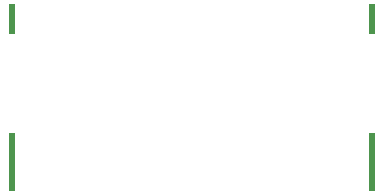
<source format=gbr>
%TF.GenerationSoftware,KiCad,Pcbnew,9.0.0*%
%TF.CreationDate,2025-07-25T23:50:21+02:00*%
%TF.ProjectId,xioboxconn_empty,78696f62-6f78-4636-9f6e-6e5f656d7074,rev?*%
%TF.SameCoordinates,PX73b0b30PY6adbf50*%
%TF.FileFunction,Soldermask,Top*%
%TF.FilePolarity,Negative*%
%FSLAX46Y46*%
G04 Gerber Fmt 4.6, Leading zero omitted, Abs format (unit mm)*
G04 Created by KiCad (PCBNEW 9.0.0) date 2025-07-25 23:50:21*
%MOMM*%
%LPD*%
G01*
G04 APERTURE LIST*
%ADD10R,0.500000X2.540000*%
%ADD11R,0.500000X5.000000*%
G04 APERTURE END LIST*
D10*
%TO.C,J3*%
X30480000Y15240000D03*
D11*
X30480000Y3175000D03*
%TD*%
D10*
%TO.C,J2*%
X0Y15240000D03*
D11*
X0Y3175000D03*
%TD*%
M02*

</source>
